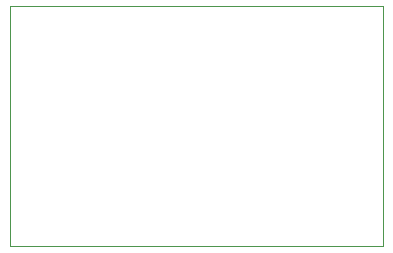
<source format=gbr>
%TF.GenerationSoftware,KiCad,Pcbnew,6.0.5-a6ca702e91~116~ubuntu20.04.1*%
%TF.CreationDate,2022-05-07T22:19:23-05:00*%
%TF.ProjectId,Ra-01SH_915MHz_shield_v001,52612d30-3153-4485-9f39-31354d487a5f,rev?*%
%TF.SameCoordinates,Original*%
%TF.FileFunction,Profile,NP*%
%FSLAX46Y46*%
G04 Gerber Fmt 4.6, Leading zero omitted, Abs format (unit mm)*
G04 Created by KiCad (PCBNEW 6.0.5-a6ca702e91~116~ubuntu20.04.1) date 2022-05-07 22:19:23*
%MOMM*%
%LPD*%
G01*
G04 APERTURE LIST*
%TA.AperFunction,Profile*%
%ADD10C,0.100000*%
%TD*%
G04 APERTURE END LIST*
D10*
X138060000Y-76200000D02*
X169680000Y-76200000D01*
X169680000Y-76200000D02*
X169680000Y-96520000D01*
X169680000Y-96520000D02*
X138060000Y-96520000D01*
X138060000Y-96520000D02*
X138060000Y-76200000D01*
M02*

</source>
